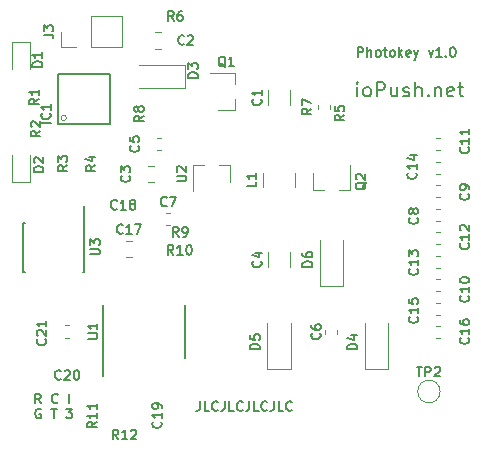
<source format=gbr>
G04 #@! TF.GenerationSoftware,KiCad,Pcbnew,(5.1.4)*
G04 #@! TF.CreationDate,2019-12-13T22:41:35+01:00*
G04 #@! TF.ProjectId,hardware,68617264-7761-4726-952e-6b696361645f,rev?*
G04 #@! TF.SameCoordinates,Original*
G04 #@! TF.FileFunction,Legend,Top*
G04 #@! TF.FilePolarity,Positive*
%FSLAX46Y46*%
G04 Gerber Fmt 4.6, Leading zero omitted, Abs format (unit mm)*
G04 Created by KiCad (PCBNEW (5.1.4)) date 2019-12-13 22:41:35*
%MOMM*%
%LPD*%
G04 APERTURE LIST*
%ADD10C,0.152400*%
%ADD11C,0.200000*%
%ADD12C,0.120000*%
%ADD13C,0.127000*%
%ADD14C,0.100000*%
%ADD15C,0.150000*%
G04 APERTURE END LIST*
D10*
X41584638Y-150684895D02*
X41584638Y-151265466D01*
X41545933Y-151381580D01*
X41468523Y-151458990D01*
X41352409Y-151497695D01*
X41275000Y-151497695D01*
X42358733Y-151497695D02*
X41971685Y-151497695D01*
X41971685Y-150684895D01*
X43094123Y-151420285D02*
X43055419Y-151458990D01*
X42939304Y-151497695D01*
X42861895Y-151497695D01*
X42745780Y-151458990D01*
X42668371Y-151381580D01*
X42629666Y-151304171D01*
X42590961Y-151149352D01*
X42590961Y-151033238D01*
X42629666Y-150878419D01*
X42668371Y-150801009D01*
X42745780Y-150723600D01*
X42861895Y-150684895D01*
X42939304Y-150684895D01*
X43055419Y-150723600D01*
X43094123Y-150762304D01*
X43674695Y-150684895D02*
X43674695Y-151265466D01*
X43635990Y-151381580D01*
X43558580Y-151458990D01*
X43442466Y-151497695D01*
X43365057Y-151497695D01*
X44448790Y-151497695D02*
X44061742Y-151497695D01*
X44061742Y-150684895D01*
X45184180Y-151420285D02*
X45145476Y-151458990D01*
X45029361Y-151497695D01*
X44951952Y-151497695D01*
X44835838Y-151458990D01*
X44758428Y-151381580D01*
X44719723Y-151304171D01*
X44681019Y-151149352D01*
X44681019Y-151033238D01*
X44719723Y-150878419D01*
X44758428Y-150801009D01*
X44835838Y-150723600D01*
X44951952Y-150684895D01*
X45029361Y-150684895D01*
X45145476Y-150723600D01*
X45184180Y-150762304D01*
X45764752Y-150684895D02*
X45764752Y-151265466D01*
X45726047Y-151381580D01*
X45648638Y-151458990D01*
X45532523Y-151497695D01*
X45455114Y-151497695D01*
X46538847Y-151497695D02*
X46151800Y-151497695D01*
X46151800Y-150684895D01*
X47274238Y-151420285D02*
X47235533Y-151458990D01*
X47119419Y-151497695D01*
X47042009Y-151497695D01*
X46925895Y-151458990D01*
X46848485Y-151381580D01*
X46809780Y-151304171D01*
X46771076Y-151149352D01*
X46771076Y-151033238D01*
X46809780Y-150878419D01*
X46848485Y-150801009D01*
X46925895Y-150723600D01*
X47042009Y-150684895D01*
X47119419Y-150684895D01*
X47235533Y-150723600D01*
X47274238Y-150762304D01*
X47854809Y-150684895D02*
X47854809Y-151265466D01*
X47816104Y-151381580D01*
X47738695Y-151458990D01*
X47622580Y-151497695D01*
X47545171Y-151497695D01*
X48628904Y-151497695D02*
X48241857Y-151497695D01*
X48241857Y-150684895D01*
X49364295Y-151420285D02*
X49325590Y-151458990D01*
X49209476Y-151497695D01*
X49132066Y-151497695D01*
X49015952Y-151458990D01*
X48938542Y-151381580D01*
X48899838Y-151304171D01*
X48861133Y-151149352D01*
X48861133Y-151033238D01*
X48899838Y-150878419D01*
X48938542Y-150801009D01*
X49015952Y-150723600D01*
X49132066Y-150684895D01*
X49209476Y-150684895D01*
X49325590Y-150723600D01*
X49364295Y-150762304D01*
D11*
X54909000Y-124875857D02*
X54909000Y-124075857D01*
X54909000Y-123675857D02*
X54851857Y-123733000D01*
X54909000Y-123790142D01*
X54966142Y-123733000D01*
X54909000Y-123675857D01*
X54909000Y-123790142D01*
X55651857Y-124875857D02*
X55537571Y-124818714D01*
X55480428Y-124761571D01*
X55423285Y-124647285D01*
X55423285Y-124304428D01*
X55480428Y-124190142D01*
X55537571Y-124133000D01*
X55651857Y-124075857D01*
X55823285Y-124075857D01*
X55937571Y-124133000D01*
X55994714Y-124190142D01*
X56051857Y-124304428D01*
X56051857Y-124647285D01*
X55994714Y-124761571D01*
X55937571Y-124818714D01*
X55823285Y-124875857D01*
X55651857Y-124875857D01*
X56566142Y-124875857D02*
X56566142Y-123675857D01*
X57023285Y-123675857D01*
X57137571Y-123733000D01*
X57194714Y-123790142D01*
X57251857Y-123904428D01*
X57251857Y-124075857D01*
X57194714Y-124190142D01*
X57137571Y-124247285D01*
X57023285Y-124304428D01*
X56566142Y-124304428D01*
X58280428Y-124075857D02*
X58280428Y-124875857D01*
X57766142Y-124075857D02*
X57766142Y-124704428D01*
X57823285Y-124818714D01*
X57937571Y-124875857D01*
X58109000Y-124875857D01*
X58223285Y-124818714D01*
X58280428Y-124761571D01*
X58794714Y-124818714D02*
X58909000Y-124875857D01*
X59137571Y-124875857D01*
X59251857Y-124818714D01*
X59309000Y-124704428D01*
X59309000Y-124647285D01*
X59251857Y-124533000D01*
X59137571Y-124475857D01*
X58966142Y-124475857D01*
X58851857Y-124418714D01*
X58794714Y-124304428D01*
X58794714Y-124247285D01*
X58851857Y-124133000D01*
X58966142Y-124075857D01*
X59137571Y-124075857D01*
X59251857Y-124133000D01*
X59823285Y-124875857D02*
X59823285Y-123675857D01*
X60337571Y-124875857D02*
X60337571Y-124247285D01*
X60280428Y-124133000D01*
X60166142Y-124075857D01*
X59994714Y-124075857D01*
X59880428Y-124133000D01*
X59823285Y-124190142D01*
X60909000Y-124761571D02*
X60966142Y-124818714D01*
X60909000Y-124875857D01*
X60851857Y-124818714D01*
X60909000Y-124761571D01*
X60909000Y-124875857D01*
X61480428Y-124075857D02*
X61480428Y-124875857D01*
X61480428Y-124190142D02*
X61537571Y-124133000D01*
X61651857Y-124075857D01*
X61823285Y-124075857D01*
X61937571Y-124133000D01*
X61994714Y-124247285D01*
X61994714Y-124875857D01*
X63023285Y-124818714D02*
X62909000Y-124875857D01*
X62680428Y-124875857D01*
X62566142Y-124818714D01*
X62509000Y-124704428D01*
X62509000Y-124247285D01*
X62566142Y-124133000D01*
X62680428Y-124075857D01*
X62909000Y-124075857D01*
X63023285Y-124133000D01*
X63080428Y-124247285D01*
X63080428Y-124361571D01*
X62509000Y-124475857D01*
X63423285Y-124075857D02*
X63880428Y-124075857D01*
X63594714Y-123675857D02*
X63594714Y-124704428D01*
X63651857Y-124818714D01*
X63766142Y-124875857D01*
X63880428Y-124875857D01*
D10*
X54932942Y-121525695D02*
X54932942Y-120712895D01*
X55242580Y-120712895D01*
X55319990Y-120751600D01*
X55358695Y-120790304D01*
X55397400Y-120867714D01*
X55397400Y-120983828D01*
X55358695Y-121061238D01*
X55319990Y-121099942D01*
X55242580Y-121138647D01*
X54932942Y-121138647D01*
X55745742Y-121525695D02*
X55745742Y-120712895D01*
X56094085Y-121525695D02*
X56094085Y-121099942D01*
X56055380Y-121022533D01*
X55977971Y-120983828D01*
X55861857Y-120983828D01*
X55784447Y-121022533D01*
X55745742Y-121061238D01*
X56597247Y-121525695D02*
X56519838Y-121486990D01*
X56481133Y-121448285D01*
X56442428Y-121370876D01*
X56442428Y-121138647D01*
X56481133Y-121061238D01*
X56519838Y-121022533D01*
X56597247Y-120983828D01*
X56713361Y-120983828D01*
X56790771Y-121022533D01*
X56829476Y-121061238D01*
X56868180Y-121138647D01*
X56868180Y-121370876D01*
X56829476Y-121448285D01*
X56790771Y-121486990D01*
X56713361Y-121525695D01*
X56597247Y-121525695D01*
X57100409Y-120983828D02*
X57410047Y-120983828D01*
X57216523Y-120712895D02*
X57216523Y-121409580D01*
X57255228Y-121486990D01*
X57332638Y-121525695D01*
X57410047Y-121525695D01*
X57797095Y-121525695D02*
X57719685Y-121486990D01*
X57680980Y-121448285D01*
X57642276Y-121370876D01*
X57642276Y-121138647D01*
X57680980Y-121061238D01*
X57719685Y-121022533D01*
X57797095Y-120983828D01*
X57913209Y-120983828D01*
X57990619Y-121022533D01*
X58029323Y-121061238D01*
X58068028Y-121138647D01*
X58068028Y-121370876D01*
X58029323Y-121448285D01*
X57990619Y-121486990D01*
X57913209Y-121525695D01*
X57797095Y-121525695D01*
X58416371Y-121525695D02*
X58416371Y-120712895D01*
X58493780Y-121216057D02*
X58726009Y-121525695D01*
X58726009Y-120983828D02*
X58416371Y-121293466D01*
X59383990Y-121486990D02*
X59306580Y-121525695D01*
X59151761Y-121525695D01*
X59074352Y-121486990D01*
X59035647Y-121409580D01*
X59035647Y-121099942D01*
X59074352Y-121022533D01*
X59151761Y-120983828D01*
X59306580Y-120983828D01*
X59383990Y-121022533D01*
X59422695Y-121099942D01*
X59422695Y-121177352D01*
X59035647Y-121254761D01*
X59693628Y-120983828D02*
X59887152Y-121525695D01*
X60080676Y-120983828D02*
X59887152Y-121525695D01*
X59809742Y-121719219D01*
X59771038Y-121757923D01*
X59693628Y-121796628D01*
X60932180Y-120983828D02*
X61125704Y-121525695D01*
X61319228Y-120983828D01*
X62054619Y-121525695D02*
X61590161Y-121525695D01*
X61822390Y-121525695D02*
X61822390Y-120712895D01*
X61744980Y-120829009D01*
X61667571Y-120906419D01*
X61590161Y-120945123D01*
X62402961Y-121448285D02*
X62441666Y-121486990D01*
X62402961Y-121525695D01*
X62364257Y-121486990D01*
X62402961Y-121448285D01*
X62402961Y-121525695D01*
X62944828Y-120712895D02*
X63022238Y-120712895D01*
X63099647Y-120751600D01*
X63138352Y-120790304D01*
X63177057Y-120867714D01*
X63215761Y-121022533D01*
X63215761Y-121216057D01*
X63177057Y-121370876D01*
X63138352Y-121448285D01*
X63099647Y-121486990D01*
X63022238Y-121525695D01*
X62944828Y-121525695D01*
X62867419Y-121486990D01*
X62828714Y-121448285D01*
X62790009Y-121370876D01*
X62751304Y-121216057D01*
X62751304Y-121022533D01*
X62790009Y-120867714D01*
X62828714Y-120790304D01*
X62867419Y-120751600D01*
X62944828Y-120712895D01*
X28115380Y-150862695D02*
X27844447Y-150475647D01*
X27650923Y-150862695D02*
X27650923Y-150049895D01*
X27960561Y-150049895D01*
X28037971Y-150088600D01*
X28076676Y-150127304D01*
X28115380Y-150204714D01*
X28115380Y-150320828D01*
X28076676Y-150398238D01*
X28037971Y-150436942D01*
X27960561Y-150475647D01*
X27650923Y-150475647D01*
X29547457Y-150785285D02*
X29508752Y-150823990D01*
X29392638Y-150862695D01*
X29315228Y-150862695D01*
X29199114Y-150823990D01*
X29121704Y-150746580D01*
X29083000Y-150669171D01*
X29044295Y-150514352D01*
X29044295Y-150398238D01*
X29083000Y-150243419D01*
X29121704Y-150166009D01*
X29199114Y-150088600D01*
X29315228Y-150049895D01*
X29392638Y-150049895D01*
X29508752Y-150088600D01*
X29547457Y-150127304D01*
X30515076Y-150862695D02*
X30515076Y-150049895D01*
X28106914Y-151358600D02*
X28029504Y-151319895D01*
X27913390Y-151319895D01*
X27797276Y-151358600D01*
X27719866Y-151436009D01*
X27681161Y-151513419D01*
X27642457Y-151668238D01*
X27642457Y-151784352D01*
X27681161Y-151939171D01*
X27719866Y-152016580D01*
X27797276Y-152093990D01*
X27913390Y-152132695D01*
X27990800Y-152132695D01*
X28106914Y-152093990D01*
X28145619Y-152055285D01*
X28145619Y-151784352D01*
X27990800Y-151784352D01*
X28997123Y-151319895D02*
X29461580Y-151319895D01*
X29229352Y-152132695D02*
X29229352Y-151319895D01*
X30274380Y-151319895D02*
X30777542Y-151319895D01*
X30506609Y-151629533D01*
X30622723Y-151629533D01*
X30700133Y-151668238D01*
X30738838Y-151706942D01*
X30777542Y-151784352D01*
X30777542Y-151977876D01*
X30738838Y-152055285D01*
X30700133Y-152093990D01*
X30622723Y-152132695D01*
X30390495Y-152132695D01*
X30313085Y-152093990D01*
X30274380Y-152055285D01*
D12*
X49170000Y-125567064D02*
X49170000Y-124362936D01*
X47350000Y-125567064D02*
X47350000Y-124362936D01*
X37762922Y-119432000D02*
X38280078Y-119432000D01*
X37762922Y-120852000D02*
X38280078Y-120852000D01*
X37206422Y-132155000D02*
X37723578Y-132155000D01*
X37206422Y-130735000D02*
X37723578Y-130735000D01*
X47350000Y-139287064D02*
X47350000Y-138082936D01*
X49170000Y-139287064D02*
X49170000Y-138082936D01*
X37937221Y-128395000D02*
X38262779Y-128395000D01*
X37937221Y-129415000D02*
X38262779Y-129415000D01*
X52195000Y-144637221D02*
X52195000Y-144962779D01*
X53215000Y-144637221D02*
X53215000Y-144962779D01*
X38724721Y-134745000D02*
X39050279Y-134745000D01*
X38724721Y-135765000D02*
X39050279Y-135765000D01*
X61910279Y-134382142D02*
X61584721Y-134382142D01*
X61910279Y-135402142D02*
X61584721Y-135402142D01*
X61910279Y-133406428D02*
X61584721Y-133406428D01*
X61910279Y-132386428D02*
X61584721Y-132386428D01*
X61910279Y-141389284D02*
X61584721Y-141389284D01*
X61910279Y-140369284D02*
X61584721Y-140369284D01*
X61910279Y-128395000D02*
X61584721Y-128395000D01*
X61910279Y-129415000D02*
X61584721Y-129415000D01*
X61910279Y-137397856D02*
X61584721Y-137397856D01*
X61910279Y-136377856D02*
X61584721Y-136377856D01*
X61910279Y-138373570D02*
X61584721Y-138373570D01*
X61910279Y-139393570D02*
X61584721Y-139393570D01*
X61910279Y-131410714D02*
X61584721Y-131410714D01*
X61910279Y-130390714D02*
X61584721Y-130390714D01*
X61910279Y-142365000D02*
X61584721Y-142365000D01*
X61910279Y-143385000D02*
X61584721Y-143385000D01*
X61910279Y-144295400D02*
X61584721Y-144295400D01*
X61910279Y-145315400D02*
X61584721Y-145315400D01*
X35301422Y-137085000D02*
X35818578Y-137085000D01*
X35301422Y-138505000D02*
X35818578Y-138505000D01*
X30490279Y-145290000D02*
X30164721Y-145290000D01*
X30490279Y-144270000D02*
X30164721Y-144270000D01*
X25681000Y-120282500D02*
X25681000Y-122567500D01*
X27151000Y-120282500D02*
X25681000Y-120282500D01*
X27151000Y-122567500D02*
X27151000Y-120282500D01*
X25681000Y-129857500D02*
X25681000Y-132142500D01*
X25681000Y-132142500D02*
X27151000Y-132142500D01*
X27151000Y-132142500D02*
X27151000Y-129857500D01*
X40350000Y-124190000D02*
X40350000Y-122190000D01*
X40350000Y-122190000D02*
X36450000Y-122190000D01*
X40350000Y-124190000D02*
X36450000Y-124190000D01*
X55515000Y-147920000D02*
X55515000Y-144020000D01*
X57515000Y-147920000D02*
X57515000Y-144020000D01*
X55515000Y-147920000D02*
X57515000Y-147920000D01*
X47260000Y-147920000D02*
X49260000Y-147920000D01*
X49260000Y-147920000D02*
X49260000Y-144020000D01*
X47260000Y-147920000D02*
X47260000Y-144020000D01*
X51705000Y-140935000D02*
X51705000Y-137035000D01*
X53705000Y-140935000D02*
X53705000Y-137035000D01*
X51705000Y-140935000D02*
X53705000Y-140935000D01*
D13*
X29550000Y-127195000D02*
X33950000Y-127195000D01*
X33950000Y-127195000D02*
X33950000Y-122995000D01*
X33950000Y-122995000D02*
X29550000Y-122995000D01*
X29550000Y-122995000D02*
X29550000Y-127195000D01*
D14*
X30273610Y-126695000D02*
G75*
G03X30273610Y-126695000I-223610J0D01*
G01*
D12*
X34985000Y-120710000D02*
X34985000Y-118050000D01*
X32385000Y-120710000D02*
X34985000Y-120710000D01*
X32385000Y-118050000D02*
X34985000Y-118050000D01*
X32385000Y-120710000D02*
X32385000Y-118050000D01*
X31115000Y-120710000D02*
X29785000Y-120710000D01*
X29785000Y-120710000D02*
X29785000Y-119380000D01*
X49620000Y-131347936D02*
X49620000Y-132552064D01*
X46900000Y-131347936D02*
X46900000Y-132552064D01*
X44575000Y-126040000D02*
X44575000Y-125110000D01*
X44575000Y-122880000D02*
X44575000Y-123810000D01*
X44575000Y-122880000D02*
X42415000Y-122880000D01*
X44575000Y-126040000D02*
X43115000Y-126040000D01*
X51125000Y-132840000D02*
X52055000Y-132840000D01*
X54285000Y-132840000D02*
X53355000Y-132840000D01*
X54285000Y-132840000D02*
X54285000Y-130680000D01*
X51125000Y-132840000D02*
X51125000Y-131380000D01*
X51560000Y-125927779D02*
X51560000Y-125602221D01*
X52580000Y-125927779D02*
X52580000Y-125602221D01*
X61910000Y-149860000D02*
G75*
G03X61910000Y-149860000I-950000J0D01*
G01*
D15*
X40280000Y-147005000D02*
X40280000Y-142555000D01*
X33380000Y-148530000D02*
X33380000Y-142555000D01*
D12*
X44125000Y-130685000D02*
X44125000Y-132145000D01*
X40965000Y-130685000D02*
X40965000Y-132845000D01*
X40965000Y-130685000D02*
X41895000Y-130685000D01*
X44125000Y-130685000D02*
X43195000Y-130685000D01*
D15*
X31785000Y-135560000D02*
X31735000Y-135560000D01*
X31785000Y-139710000D02*
X31640000Y-139710000D01*
X26635000Y-139710000D02*
X26780000Y-139710000D01*
X26635000Y-135560000D02*
X26780000Y-135560000D01*
X31785000Y-135560000D02*
X31785000Y-139710000D01*
X26635000Y-135560000D02*
X26635000Y-139710000D01*
X31735000Y-135560000D02*
X31735000Y-134160000D01*
D10*
X46730285Y-125100466D02*
X46768990Y-125139171D01*
X46807695Y-125255285D01*
X46807695Y-125332695D01*
X46768990Y-125448809D01*
X46691580Y-125526219D01*
X46614171Y-125564923D01*
X46459352Y-125603628D01*
X46343238Y-125603628D01*
X46188419Y-125564923D01*
X46111009Y-125526219D01*
X46033600Y-125448809D01*
X45994895Y-125332695D01*
X45994895Y-125255285D01*
X46033600Y-125139171D01*
X46072304Y-125100466D01*
X46807695Y-124326371D02*
X46807695Y-124790828D01*
X46807695Y-124558600D02*
X45994895Y-124558600D01*
X46111009Y-124636009D01*
X46188419Y-124713419D01*
X46227123Y-124790828D01*
X40250533Y-120432285D02*
X40211828Y-120470990D01*
X40095714Y-120509695D01*
X40018304Y-120509695D01*
X39902190Y-120470990D01*
X39824780Y-120393580D01*
X39786076Y-120316171D01*
X39747371Y-120161352D01*
X39747371Y-120045238D01*
X39786076Y-119890419D01*
X39824780Y-119813009D01*
X39902190Y-119735600D01*
X40018304Y-119696895D01*
X40095714Y-119696895D01*
X40211828Y-119735600D01*
X40250533Y-119774304D01*
X40560171Y-119774304D02*
X40598876Y-119735600D01*
X40676285Y-119696895D01*
X40869809Y-119696895D01*
X40947219Y-119735600D01*
X40985923Y-119774304D01*
X41024628Y-119851714D01*
X41024628Y-119929123D01*
X40985923Y-120045238D01*
X40521466Y-120509695D01*
X41024628Y-120509695D01*
X35596285Y-131580466D02*
X35634990Y-131619171D01*
X35673695Y-131735285D01*
X35673695Y-131812695D01*
X35634990Y-131928809D01*
X35557580Y-132006219D01*
X35480171Y-132044923D01*
X35325352Y-132083628D01*
X35209238Y-132083628D01*
X35054419Y-132044923D01*
X34977009Y-132006219D01*
X34899600Y-131928809D01*
X34860895Y-131812695D01*
X34860895Y-131735285D01*
X34899600Y-131619171D01*
X34938304Y-131580466D01*
X34860895Y-131309533D02*
X34860895Y-130806371D01*
X35170533Y-131077304D01*
X35170533Y-130961190D01*
X35209238Y-130883780D01*
X35247942Y-130845076D01*
X35325352Y-130806371D01*
X35518876Y-130806371D01*
X35596285Y-130845076D01*
X35634990Y-130883780D01*
X35673695Y-130961190D01*
X35673695Y-131193419D01*
X35634990Y-131270828D01*
X35596285Y-131309533D01*
X46730285Y-138820466D02*
X46768990Y-138859171D01*
X46807695Y-138975285D01*
X46807695Y-139052695D01*
X46768990Y-139168809D01*
X46691580Y-139246219D01*
X46614171Y-139284923D01*
X46459352Y-139323628D01*
X46343238Y-139323628D01*
X46188419Y-139284923D01*
X46111009Y-139246219D01*
X46033600Y-139168809D01*
X45994895Y-139052695D01*
X45994895Y-138975285D01*
X46033600Y-138859171D01*
X46072304Y-138820466D01*
X46265828Y-138123780D02*
X46807695Y-138123780D01*
X45956190Y-138317304D02*
X46536761Y-138510828D01*
X46536761Y-138007666D01*
X36358285Y-129040466D02*
X36396990Y-129079171D01*
X36435695Y-129195285D01*
X36435695Y-129272695D01*
X36396990Y-129388809D01*
X36319580Y-129466219D01*
X36242171Y-129504923D01*
X36087352Y-129543628D01*
X35971238Y-129543628D01*
X35816419Y-129504923D01*
X35739009Y-129466219D01*
X35661600Y-129388809D01*
X35622895Y-129272695D01*
X35622895Y-129195285D01*
X35661600Y-129079171D01*
X35700304Y-129040466D01*
X35622895Y-128305076D02*
X35622895Y-128692123D01*
X36009942Y-128730828D01*
X35971238Y-128692123D01*
X35932533Y-128614714D01*
X35932533Y-128421190D01*
X35971238Y-128343780D01*
X36009942Y-128305076D01*
X36087352Y-128266371D01*
X36280876Y-128266371D01*
X36358285Y-128305076D01*
X36396990Y-128343780D01*
X36435695Y-128421190D01*
X36435695Y-128614714D01*
X36396990Y-128692123D01*
X36358285Y-128730828D01*
X51725285Y-144935466D02*
X51763990Y-144974171D01*
X51802695Y-145090285D01*
X51802695Y-145167695D01*
X51763990Y-145283809D01*
X51686580Y-145361219D01*
X51609171Y-145399923D01*
X51454352Y-145438628D01*
X51338238Y-145438628D01*
X51183419Y-145399923D01*
X51106009Y-145361219D01*
X51028600Y-145283809D01*
X50989895Y-145167695D01*
X50989895Y-145090285D01*
X51028600Y-144974171D01*
X51067304Y-144935466D01*
X50989895Y-144238780D02*
X50989895Y-144393600D01*
X51028600Y-144471009D01*
X51067304Y-144509714D01*
X51183419Y-144587123D01*
X51338238Y-144625828D01*
X51647876Y-144625828D01*
X51725285Y-144587123D01*
X51763990Y-144548419D01*
X51802695Y-144471009D01*
X51802695Y-144316190D01*
X51763990Y-144238780D01*
X51725285Y-144200076D01*
X51647876Y-144161371D01*
X51454352Y-144161371D01*
X51376942Y-144200076D01*
X51338238Y-144238780D01*
X51299533Y-144316190D01*
X51299533Y-144471009D01*
X51338238Y-144548419D01*
X51376942Y-144587123D01*
X51454352Y-144625828D01*
X38752033Y-134115285D02*
X38713328Y-134153990D01*
X38597214Y-134192695D01*
X38519804Y-134192695D01*
X38403690Y-134153990D01*
X38326280Y-134076580D01*
X38287576Y-133999171D01*
X38248871Y-133844352D01*
X38248871Y-133728238D01*
X38287576Y-133573419D01*
X38326280Y-133496009D01*
X38403690Y-133418600D01*
X38519804Y-133379895D01*
X38597214Y-133379895D01*
X38713328Y-133418600D01*
X38752033Y-133457304D01*
X39022966Y-133379895D02*
X39564833Y-133379895D01*
X39216490Y-134192695D01*
X59980285Y-135136466D02*
X60018990Y-135175171D01*
X60057695Y-135291285D01*
X60057695Y-135368695D01*
X60018990Y-135484809D01*
X59941580Y-135562219D01*
X59864171Y-135600923D01*
X59709352Y-135639628D01*
X59593238Y-135639628D01*
X59438419Y-135600923D01*
X59361009Y-135562219D01*
X59283600Y-135484809D01*
X59244895Y-135368695D01*
X59244895Y-135291285D01*
X59283600Y-135175171D01*
X59322304Y-135136466D01*
X59593238Y-134672009D02*
X59554533Y-134749419D01*
X59515828Y-134788123D01*
X59438419Y-134826828D01*
X59399714Y-134826828D01*
X59322304Y-134788123D01*
X59283600Y-134749419D01*
X59244895Y-134672009D01*
X59244895Y-134517190D01*
X59283600Y-134439780D01*
X59322304Y-134401076D01*
X59399714Y-134362371D01*
X59438419Y-134362371D01*
X59515828Y-134401076D01*
X59554533Y-134439780D01*
X59593238Y-134517190D01*
X59593238Y-134672009D01*
X59631942Y-134749419D01*
X59670647Y-134788123D01*
X59748057Y-134826828D01*
X59902876Y-134826828D01*
X59980285Y-134788123D01*
X60018990Y-134749419D01*
X60057695Y-134672009D01*
X60057695Y-134517190D01*
X60018990Y-134439780D01*
X59980285Y-134401076D01*
X59902876Y-134362371D01*
X59748057Y-134362371D01*
X59670647Y-134401076D01*
X59631942Y-134439780D01*
X59593238Y-134517190D01*
X64298285Y-133104466D02*
X64336990Y-133143171D01*
X64375695Y-133259285D01*
X64375695Y-133336695D01*
X64336990Y-133452809D01*
X64259580Y-133530219D01*
X64182171Y-133568923D01*
X64027352Y-133607628D01*
X63911238Y-133607628D01*
X63756419Y-133568923D01*
X63679009Y-133530219D01*
X63601600Y-133452809D01*
X63562895Y-133336695D01*
X63562895Y-133259285D01*
X63601600Y-133143171D01*
X63640304Y-133104466D01*
X64375695Y-132717419D02*
X64375695Y-132562600D01*
X64336990Y-132485190D01*
X64298285Y-132446485D01*
X64182171Y-132369076D01*
X64027352Y-132330371D01*
X63717714Y-132330371D01*
X63640304Y-132369076D01*
X63601600Y-132407780D01*
X63562895Y-132485190D01*
X63562895Y-132640009D01*
X63601600Y-132717419D01*
X63640304Y-132756123D01*
X63717714Y-132794828D01*
X63911238Y-132794828D01*
X63988647Y-132756123D01*
X64027352Y-132717419D01*
X64066057Y-132640009D01*
X64066057Y-132485190D01*
X64027352Y-132407780D01*
X63988647Y-132369076D01*
X63911238Y-132330371D01*
X64298285Y-141746514D02*
X64336990Y-141785219D01*
X64375695Y-141901333D01*
X64375695Y-141978742D01*
X64336990Y-142094857D01*
X64259580Y-142172266D01*
X64182171Y-142210971D01*
X64027352Y-142249676D01*
X63911238Y-142249676D01*
X63756419Y-142210971D01*
X63679009Y-142172266D01*
X63601600Y-142094857D01*
X63562895Y-141978742D01*
X63562895Y-141901333D01*
X63601600Y-141785219D01*
X63640304Y-141746514D01*
X64375695Y-140972419D02*
X64375695Y-141436876D01*
X64375695Y-141204647D02*
X63562895Y-141204647D01*
X63679009Y-141282057D01*
X63756419Y-141359466D01*
X63795123Y-141436876D01*
X63562895Y-140469257D02*
X63562895Y-140391847D01*
X63601600Y-140314438D01*
X63640304Y-140275733D01*
X63717714Y-140237028D01*
X63872533Y-140198323D01*
X64066057Y-140198323D01*
X64220876Y-140237028D01*
X64298285Y-140275733D01*
X64336990Y-140314438D01*
X64375695Y-140391847D01*
X64375695Y-140469257D01*
X64336990Y-140546666D01*
X64298285Y-140585371D01*
X64220876Y-140624076D01*
X64066057Y-140662780D01*
X63872533Y-140662780D01*
X63717714Y-140624076D01*
X63640304Y-140585371D01*
X63601600Y-140546666D01*
X63562895Y-140469257D01*
X64298285Y-129173514D02*
X64336990Y-129212219D01*
X64375695Y-129328333D01*
X64375695Y-129405742D01*
X64336990Y-129521857D01*
X64259580Y-129599266D01*
X64182171Y-129637971D01*
X64027352Y-129676676D01*
X63911238Y-129676676D01*
X63756419Y-129637971D01*
X63679009Y-129599266D01*
X63601600Y-129521857D01*
X63562895Y-129405742D01*
X63562895Y-129328333D01*
X63601600Y-129212219D01*
X63640304Y-129173514D01*
X64375695Y-128399419D02*
X64375695Y-128863876D01*
X64375695Y-128631647D02*
X63562895Y-128631647D01*
X63679009Y-128709057D01*
X63756419Y-128786466D01*
X63795123Y-128863876D01*
X64375695Y-127625323D02*
X64375695Y-128089780D01*
X64375695Y-127857552D02*
X63562895Y-127857552D01*
X63679009Y-127934961D01*
X63756419Y-128012371D01*
X63795123Y-128089780D01*
X64298285Y-137301514D02*
X64336990Y-137340219D01*
X64375695Y-137456333D01*
X64375695Y-137533742D01*
X64336990Y-137649857D01*
X64259580Y-137727266D01*
X64182171Y-137765971D01*
X64027352Y-137804676D01*
X63911238Y-137804676D01*
X63756419Y-137765971D01*
X63679009Y-137727266D01*
X63601600Y-137649857D01*
X63562895Y-137533742D01*
X63562895Y-137456333D01*
X63601600Y-137340219D01*
X63640304Y-137301514D01*
X64375695Y-136527419D02*
X64375695Y-136991876D01*
X64375695Y-136759647D02*
X63562895Y-136759647D01*
X63679009Y-136837057D01*
X63756419Y-136914466D01*
X63795123Y-136991876D01*
X63640304Y-136217780D02*
X63601600Y-136179076D01*
X63562895Y-136101666D01*
X63562895Y-135908142D01*
X63601600Y-135830733D01*
X63640304Y-135792028D01*
X63717714Y-135753323D01*
X63795123Y-135753323D01*
X63911238Y-135792028D01*
X64375695Y-136256485D01*
X64375695Y-135753323D01*
X59980285Y-139460514D02*
X60018990Y-139499219D01*
X60057695Y-139615333D01*
X60057695Y-139692742D01*
X60018990Y-139808857D01*
X59941580Y-139886266D01*
X59864171Y-139924971D01*
X59709352Y-139963676D01*
X59593238Y-139963676D01*
X59438419Y-139924971D01*
X59361009Y-139886266D01*
X59283600Y-139808857D01*
X59244895Y-139692742D01*
X59244895Y-139615333D01*
X59283600Y-139499219D01*
X59322304Y-139460514D01*
X60057695Y-138686419D02*
X60057695Y-139150876D01*
X60057695Y-138918647D02*
X59244895Y-138918647D01*
X59361009Y-138996057D01*
X59438419Y-139073466D01*
X59477123Y-139150876D01*
X59244895Y-138415485D02*
X59244895Y-137912323D01*
X59554533Y-138183257D01*
X59554533Y-138067142D01*
X59593238Y-137989733D01*
X59631942Y-137951028D01*
X59709352Y-137912323D01*
X59902876Y-137912323D01*
X59980285Y-137951028D01*
X60018990Y-137989733D01*
X60057695Y-138067142D01*
X60057695Y-138299371D01*
X60018990Y-138376780D01*
X59980285Y-138415485D01*
X59853285Y-131332514D02*
X59891990Y-131371219D01*
X59930695Y-131487333D01*
X59930695Y-131564742D01*
X59891990Y-131680857D01*
X59814580Y-131758266D01*
X59737171Y-131796971D01*
X59582352Y-131835676D01*
X59466238Y-131835676D01*
X59311419Y-131796971D01*
X59234009Y-131758266D01*
X59156600Y-131680857D01*
X59117895Y-131564742D01*
X59117895Y-131487333D01*
X59156600Y-131371219D01*
X59195304Y-131332514D01*
X59930695Y-130558419D02*
X59930695Y-131022876D01*
X59930695Y-130790647D02*
X59117895Y-130790647D01*
X59234009Y-130868057D01*
X59311419Y-130945466D01*
X59350123Y-131022876D01*
X59388828Y-129861733D02*
X59930695Y-129861733D01*
X59079190Y-130055257D02*
X59659761Y-130248780D01*
X59659761Y-129745619D01*
X59980285Y-143524514D02*
X60018990Y-143563219D01*
X60057695Y-143679333D01*
X60057695Y-143756742D01*
X60018990Y-143872857D01*
X59941580Y-143950266D01*
X59864171Y-143988971D01*
X59709352Y-144027676D01*
X59593238Y-144027676D01*
X59438419Y-143988971D01*
X59361009Y-143950266D01*
X59283600Y-143872857D01*
X59244895Y-143756742D01*
X59244895Y-143679333D01*
X59283600Y-143563219D01*
X59322304Y-143524514D01*
X60057695Y-142750419D02*
X60057695Y-143214876D01*
X60057695Y-142982647D02*
X59244895Y-142982647D01*
X59361009Y-143060057D01*
X59438419Y-143137466D01*
X59477123Y-143214876D01*
X59244895Y-142015028D02*
X59244895Y-142402076D01*
X59631942Y-142440780D01*
X59593238Y-142402076D01*
X59554533Y-142324666D01*
X59554533Y-142131142D01*
X59593238Y-142053733D01*
X59631942Y-142015028D01*
X59709352Y-141976323D01*
X59902876Y-141976323D01*
X59980285Y-142015028D01*
X60018990Y-142053733D01*
X60057695Y-142131142D01*
X60057695Y-142324666D01*
X60018990Y-142402076D01*
X59980285Y-142440780D01*
X64298285Y-145302514D02*
X64336990Y-145341219D01*
X64375695Y-145457333D01*
X64375695Y-145534742D01*
X64336990Y-145650857D01*
X64259580Y-145728266D01*
X64182171Y-145766971D01*
X64027352Y-145805676D01*
X63911238Y-145805676D01*
X63756419Y-145766971D01*
X63679009Y-145728266D01*
X63601600Y-145650857D01*
X63562895Y-145534742D01*
X63562895Y-145457333D01*
X63601600Y-145341219D01*
X63640304Y-145302514D01*
X64375695Y-144528419D02*
X64375695Y-144992876D01*
X64375695Y-144760647D02*
X63562895Y-144760647D01*
X63679009Y-144838057D01*
X63756419Y-144915466D01*
X63795123Y-144992876D01*
X63562895Y-143831733D02*
X63562895Y-143986552D01*
X63601600Y-144063961D01*
X63640304Y-144102666D01*
X63756419Y-144180076D01*
X63911238Y-144218780D01*
X64220876Y-144218780D01*
X64298285Y-144180076D01*
X64336990Y-144141371D01*
X64375695Y-144063961D01*
X64375695Y-143909142D01*
X64336990Y-143831733D01*
X64298285Y-143793028D01*
X64220876Y-143754323D01*
X64027352Y-143754323D01*
X63949942Y-143793028D01*
X63911238Y-143831733D01*
X63872533Y-143909142D01*
X63872533Y-144063961D01*
X63911238Y-144141371D01*
X63949942Y-144180076D01*
X64027352Y-144218780D01*
X35037485Y-136435285D02*
X34998780Y-136473990D01*
X34882666Y-136512695D01*
X34805257Y-136512695D01*
X34689142Y-136473990D01*
X34611733Y-136396580D01*
X34573028Y-136319171D01*
X34534323Y-136164352D01*
X34534323Y-136048238D01*
X34573028Y-135893419D01*
X34611733Y-135816009D01*
X34689142Y-135738600D01*
X34805257Y-135699895D01*
X34882666Y-135699895D01*
X34998780Y-135738600D01*
X35037485Y-135777304D01*
X35811580Y-136512695D02*
X35347123Y-136512695D01*
X35579352Y-136512695D02*
X35579352Y-135699895D01*
X35501942Y-135816009D01*
X35424533Y-135893419D01*
X35347123Y-135932123D01*
X36082514Y-135699895D02*
X36624380Y-135699895D01*
X36276038Y-136512695D01*
X34552485Y-134375285D02*
X34513780Y-134413990D01*
X34397666Y-134452695D01*
X34320257Y-134452695D01*
X34204142Y-134413990D01*
X34126733Y-134336580D01*
X34088028Y-134259171D01*
X34049323Y-134104352D01*
X34049323Y-133988238D01*
X34088028Y-133833419D01*
X34126733Y-133756009D01*
X34204142Y-133678600D01*
X34320257Y-133639895D01*
X34397666Y-133639895D01*
X34513780Y-133678600D01*
X34552485Y-133717304D01*
X35326580Y-134452695D02*
X34862123Y-134452695D01*
X35094352Y-134452695D02*
X35094352Y-133639895D01*
X35016942Y-133756009D01*
X34939533Y-133833419D01*
X34862123Y-133872123D01*
X35791038Y-133988238D02*
X35713628Y-133949533D01*
X35674923Y-133910828D01*
X35636219Y-133833419D01*
X35636219Y-133794714D01*
X35674923Y-133717304D01*
X35713628Y-133678600D01*
X35791038Y-133639895D01*
X35945857Y-133639895D01*
X36023266Y-133678600D01*
X36061971Y-133717304D01*
X36100676Y-133794714D01*
X36100676Y-133833419D01*
X36061971Y-133910828D01*
X36023266Y-133949533D01*
X35945857Y-133988238D01*
X35791038Y-133988238D01*
X35713628Y-134026942D01*
X35674923Y-134065647D01*
X35636219Y-134143057D01*
X35636219Y-134297876D01*
X35674923Y-134375285D01*
X35713628Y-134413990D01*
X35791038Y-134452695D01*
X35945857Y-134452695D01*
X36023266Y-134413990D01*
X36061971Y-134375285D01*
X36100676Y-134297876D01*
X36100676Y-134143057D01*
X36061971Y-134065647D01*
X36023266Y-134026942D01*
X35945857Y-133988238D01*
X38263285Y-152414514D02*
X38301990Y-152453219D01*
X38340695Y-152569333D01*
X38340695Y-152646742D01*
X38301990Y-152762857D01*
X38224580Y-152840266D01*
X38147171Y-152878971D01*
X37992352Y-152917676D01*
X37876238Y-152917676D01*
X37721419Y-152878971D01*
X37644009Y-152840266D01*
X37566600Y-152762857D01*
X37527895Y-152646742D01*
X37527895Y-152569333D01*
X37566600Y-152453219D01*
X37605304Y-152414514D01*
X38340695Y-151640419D02*
X38340695Y-152104876D01*
X38340695Y-151872647D02*
X37527895Y-151872647D01*
X37644009Y-151950057D01*
X37721419Y-152027466D01*
X37760123Y-152104876D01*
X38340695Y-151253371D02*
X38340695Y-151098552D01*
X38301990Y-151021142D01*
X38263285Y-150982438D01*
X38147171Y-150905028D01*
X37992352Y-150866323D01*
X37682714Y-150866323D01*
X37605304Y-150905028D01*
X37566600Y-150943733D01*
X37527895Y-151021142D01*
X37527895Y-151175961D01*
X37566600Y-151253371D01*
X37605304Y-151292076D01*
X37682714Y-151330780D01*
X37876238Y-151330780D01*
X37953647Y-151292076D01*
X37992352Y-151253371D01*
X38031057Y-151175961D01*
X38031057Y-151021142D01*
X37992352Y-150943733D01*
X37953647Y-150905028D01*
X37876238Y-150866323D01*
X29807485Y-148780285D02*
X29768780Y-148818990D01*
X29652666Y-148857695D01*
X29575257Y-148857695D01*
X29459142Y-148818990D01*
X29381733Y-148741580D01*
X29343028Y-148664171D01*
X29304323Y-148509352D01*
X29304323Y-148393238D01*
X29343028Y-148238419D01*
X29381733Y-148161009D01*
X29459142Y-148083600D01*
X29575257Y-148044895D01*
X29652666Y-148044895D01*
X29768780Y-148083600D01*
X29807485Y-148122304D01*
X30117123Y-148122304D02*
X30155828Y-148083600D01*
X30233238Y-148044895D01*
X30426761Y-148044895D01*
X30504171Y-148083600D01*
X30542876Y-148122304D01*
X30581580Y-148199714D01*
X30581580Y-148277123D01*
X30542876Y-148393238D01*
X30078419Y-148857695D01*
X30581580Y-148857695D01*
X31084742Y-148044895D02*
X31162152Y-148044895D01*
X31239561Y-148083600D01*
X31278266Y-148122304D01*
X31316971Y-148199714D01*
X31355676Y-148354533D01*
X31355676Y-148548057D01*
X31316971Y-148702876D01*
X31278266Y-148780285D01*
X31239561Y-148818990D01*
X31162152Y-148857695D01*
X31084742Y-148857695D01*
X31007333Y-148818990D01*
X30968628Y-148780285D01*
X30929923Y-148702876D01*
X30891219Y-148548057D01*
X30891219Y-148354533D01*
X30929923Y-148199714D01*
X30968628Y-148122304D01*
X31007333Y-148083600D01*
X31084742Y-148044895D01*
X28484285Y-145429514D02*
X28522990Y-145468219D01*
X28561695Y-145584333D01*
X28561695Y-145661742D01*
X28522990Y-145777857D01*
X28445580Y-145855266D01*
X28368171Y-145893971D01*
X28213352Y-145932676D01*
X28097238Y-145932676D01*
X27942419Y-145893971D01*
X27865009Y-145855266D01*
X27787600Y-145777857D01*
X27748895Y-145661742D01*
X27748895Y-145584333D01*
X27787600Y-145468219D01*
X27826304Y-145429514D01*
X27826304Y-145119876D02*
X27787600Y-145081171D01*
X27748895Y-145003761D01*
X27748895Y-144810238D01*
X27787600Y-144732828D01*
X27826304Y-144694123D01*
X27903714Y-144655419D01*
X27981123Y-144655419D01*
X28097238Y-144694123D01*
X28561695Y-145158580D01*
X28561695Y-144655419D01*
X28561695Y-143881323D02*
X28561695Y-144345780D01*
X28561695Y-144113552D02*
X27748895Y-144113552D01*
X27865009Y-144190961D01*
X27942419Y-144268371D01*
X27981123Y-144345780D01*
X28213695Y-122367423D02*
X27400895Y-122367423D01*
X27400895Y-122173900D01*
X27439600Y-122057785D01*
X27517009Y-121980376D01*
X27594419Y-121941671D01*
X27749238Y-121902966D01*
X27865352Y-121902966D01*
X28020171Y-121941671D01*
X28097580Y-121980376D01*
X28174990Y-122057785D01*
X28213695Y-122173900D01*
X28213695Y-122367423D01*
X28213695Y-121128871D02*
X28213695Y-121593328D01*
X28213695Y-121361100D02*
X27400895Y-121361100D01*
X27517009Y-121438509D01*
X27594419Y-121515919D01*
X27633123Y-121593328D01*
X28307695Y-131257423D02*
X27494895Y-131257423D01*
X27494895Y-131063900D01*
X27533600Y-130947785D01*
X27611009Y-130870376D01*
X27688419Y-130831671D01*
X27843238Y-130792966D01*
X27959352Y-130792966D01*
X28114171Y-130831671D01*
X28191580Y-130870376D01*
X28268990Y-130947785D01*
X28307695Y-131063900D01*
X28307695Y-131257423D01*
X27572304Y-130483328D02*
X27533600Y-130444623D01*
X27494895Y-130367214D01*
X27494895Y-130173690D01*
X27533600Y-130096280D01*
X27572304Y-130057576D01*
X27649714Y-130018871D01*
X27727123Y-130018871D01*
X27843238Y-130057576D01*
X28307695Y-130522033D01*
X28307695Y-130018871D01*
X41388695Y-123281923D02*
X40575895Y-123281923D01*
X40575895Y-123088400D01*
X40614600Y-122972285D01*
X40692009Y-122894876D01*
X40769419Y-122856171D01*
X40924238Y-122817466D01*
X41040352Y-122817466D01*
X41195171Y-122856171D01*
X41272580Y-122894876D01*
X41349990Y-122972285D01*
X41388695Y-123088400D01*
X41388695Y-123281923D01*
X40575895Y-122546533D02*
X40575895Y-122043371D01*
X40885533Y-122314304D01*
X40885533Y-122198190D01*
X40924238Y-122120780D01*
X40962942Y-122082076D01*
X41040352Y-122043371D01*
X41233876Y-122043371D01*
X41311285Y-122082076D01*
X41349990Y-122120780D01*
X41388695Y-122198190D01*
X41388695Y-122430419D01*
X41349990Y-122507828D01*
X41311285Y-122546533D01*
X54882695Y-146269923D02*
X54069895Y-146269923D01*
X54069895Y-146076400D01*
X54108600Y-145960285D01*
X54186009Y-145882876D01*
X54263419Y-145844171D01*
X54418238Y-145805466D01*
X54534352Y-145805466D01*
X54689171Y-145844171D01*
X54766580Y-145882876D01*
X54843990Y-145960285D01*
X54882695Y-146076400D01*
X54882695Y-146269923D01*
X54340828Y-145108780D02*
X54882695Y-145108780D01*
X54031190Y-145302304D02*
X54611761Y-145495828D01*
X54611761Y-144992666D01*
X46627695Y-146269923D02*
X45814895Y-146269923D01*
X45814895Y-146076400D01*
X45853600Y-145960285D01*
X45931009Y-145882876D01*
X46008419Y-145844171D01*
X46163238Y-145805466D01*
X46279352Y-145805466D01*
X46434171Y-145844171D01*
X46511580Y-145882876D01*
X46588990Y-145960285D01*
X46627695Y-146076400D01*
X46627695Y-146269923D01*
X45814895Y-145070076D02*
X45814895Y-145457123D01*
X46201942Y-145495828D01*
X46163238Y-145457123D01*
X46124533Y-145379714D01*
X46124533Y-145186190D01*
X46163238Y-145108780D01*
X46201942Y-145070076D01*
X46279352Y-145031371D01*
X46472876Y-145031371D01*
X46550285Y-145070076D01*
X46588990Y-145108780D01*
X46627695Y-145186190D01*
X46627695Y-145379714D01*
X46588990Y-145457123D01*
X46550285Y-145495828D01*
X51072695Y-139284923D02*
X50259895Y-139284923D01*
X50259895Y-139091400D01*
X50298600Y-138975285D01*
X50376009Y-138897876D01*
X50453419Y-138859171D01*
X50608238Y-138820466D01*
X50724352Y-138820466D01*
X50879171Y-138859171D01*
X50956580Y-138897876D01*
X51033990Y-138975285D01*
X51072695Y-139091400D01*
X51072695Y-139284923D01*
X50259895Y-138123780D02*
X50259895Y-138278600D01*
X50298600Y-138356009D01*
X50337304Y-138394714D01*
X50453419Y-138472123D01*
X50608238Y-138510828D01*
X50917876Y-138510828D01*
X50995285Y-138472123D01*
X51033990Y-138433419D01*
X51072695Y-138356009D01*
X51072695Y-138201190D01*
X51033990Y-138123780D01*
X50995285Y-138085076D01*
X50917876Y-138046371D01*
X50724352Y-138046371D01*
X50646942Y-138085076D01*
X50608238Y-138123780D01*
X50569533Y-138201190D01*
X50569533Y-138356009D01*
X50608238Y-138433419D01*
X50646942Y-138472123D01*
X50724352Y-138510828D01*
X28941795Y-127158797D02*
X28128995Y-127158797D01*
X28864385Y-126307292D02*
X28903090Y-126345997D01*
X28941795Y-126462111D01*
X28941795Y-126539521D01*
X28903090Y-126655635D01*
X28825680Y-126733045D01*
X28748271Y-126771750D01*
X28593452Y-126810454D01*
X28477338Y-126810454D01*
X28322519Y-126771750D01*
X28245109Y-126733045D01*
X28167700Y-126655635D01*
X28128995Y-126539521D01*
X28128995Y-126462111D01*
X28167700Y-126345997D01*
X28206404Y-126307292D01*
X28941795Y-125533197D02*
X28941795Y-125997654D01*
X28941795Y-125765426D02*
X28128995Y-125765426D01*
X28245109Y-125842835D01*
X28322519Y-125920245D01*
X28361223Y-125997654D01*
X28339895Y-119650933D02*
X28920466Y-119650933D01*
X29036580Y-119689638D01*
X29113990Y-119767047D01*
X29152695Y-119883161D01*
X29152695Y-119960571D01*
X28339895Y-119341295D02*
X28339895Y-118838133D01*
X28649533Y-119109066D01*
X28649533Y-118992952D01*
X28688238Y-118915542D01*
X28726942Y-118876838D01*
X28804352Y-118838133D01*
X28997876Y-118838133D01*
X29075285Y-118876838D01*
X29113990Y-118915542D01*
X29152695Y-118992952D01*
X29152695Y-119225180D01*
X29113990Y-119302590D01*
X29075285Y-119341295D01*
X46341695Y-132085466D02*
X46341695Y-132472514D01*
X45528895Y-132472514D01*
X46341695Y-131388780D02*
X46341695Y-131853238D01*
X46341695Y-131621009D02*
X45528895Y-131621009D01*
X45645009Y-131698419D01*
X45722419Y-131775828D01*
X45761123Y-131853238D01*
X43737590Y-122405104D02*
X43660180Y-122366400D01*
X43582771Y-122288990D01*
X43466657Y-122172876D01*
X43389247Y-122134171D01*
X43311838Y-122134171D01*
X43350542Y-122327695D02*
X43273133Y-122288990D01*
X43195723Y-122211580D01*
X43157019Y-122056761D01*
X43157019Y-121785828D01*
X43195723Y-121631009D01*
X43273133Y-121553600D01*
X43350542Y-121514895D01*
X43505361Y-121514895D01*
X43582771Y-121553600D01*
X43660180Y-121631009D01*
X43698885Y-121785828D01*
X43698885Y-122056761D01*
X43660180Y-122211580D01*
X43582771Y-122288990D01*
X43505361Y-122327695D01*
X43350542Y-122327695D01*
X44472980Y-122327695D02*
X44008523Y-122327695D01*
X44240752Y-122327695D02*
X44240752Y-121514895D01*
X44163342Y-121631009D01*
X44085933Y-121708419D01*
X44008523Y-121747123D01*
X55650104Y-132157409D02*
X55611400Y-132234819D01*
X55533990Y-132312228D01*
X55417876Y-132428342D01*
X55379171Y-132505752D01*
X55379171Y-132583161D01*
X55572695Y-132544457D02*
X55533990Y-132621866D01*
X55456580Y-132699276D01*
X55301761Y-132737980D01*
X55030828Y-132737980D01*
X54876009Y-132699276D01*
X54798600Y-132621866D01*
X54759895Y-132544457D01*
X54759895Y-132389638D01*
X54798600Y-132312228D01*
X54876009Y-132234819D01*
X55030828Y-132196114D01*
X55301761Y-132196114D01*
X55456580Y-132234819D01*
X55533990Y-132312228D01*
X55572695Y-132389638D01*
X55572695Y-132544457D01*
X54837304Y-131886476D02*
X54798600Y-131847771D01*
X54759895Y-131770361D01*
X54759895Y-131576838D01*
X54798600Y-131499428D01*
X54837304Y-131460723D01*
X54914714Y-131422019D01*
X54992123Y-131422019D01*
X55108238Y-131460723D01*
X55572695Y-131925180D01*
X55572695Y-131422019D01*
X27953695Y-125080466D02*
X27566647Y-125351400D01*
X27953695Y-125544923D02*
X27140895Y-125544923D01*
X27140895Y-125235285D01*
X27179600Y-125157876D01*
X27218304Y-125119171D01*
X27295714Y-125080466D01*
X27411828Y-125080466D01*
X27489238Y-125119171D01*
X27527942Y-125157876D01*
X27566647Y-125235285D01*
X27566647Y-125544923D01*
X27953695Y-124306371D02*
X27953695Y-124770828D01*
X27953695Y-124538600D02*
X27140895Y-124538600D01*
X27257009Y-124616009D01*
X27334419Y-124693419D01*
X27373123Y-124770828D01*
X28053695Y-127770466D02*
X27666647Y-128041400D01*
X28053695Y-128234923D02*
X27240895Y-128234923D01*
X27240895Y-127925285D01*
X27279600Y-127847876D01*
X27318304Y-127809171D01*
X27395714Y-127770466D01*
X27511828Y-127770466D01*
X27589238Y-127809171D01*
X27627942Y-127847876D01*
X27666647Y-127925285D01*
X27666647Y-128234923D01*
X27318304Y-127460828D02*
X27279600Y-127422123D01*
X27240895Y-127344714D01*
X27240895Y-127151190D01*
X27279600Y-127073780D01*
X27318304Y-127035076D01*
X27395714Y-126996371D01*
X27473123Y-126996371D01*
X27589238Y-127035076D01*
X28053695Y-127499533D01*
X28053695Y-126996371D01*
X30339695Y-130691466D02*
X29952647Y-130962400D01*
X30339695Y-131155923D02*
X29526895Y-131155923D01*
X29526895Y-130846285D01*
X29565600Y-130768876D01*
X29604304Y-130730171D01*
X29681714Y-130691466D01*
X29797828Y-130691466D01*
X29875238Y-130730171D01*
X29913942Y-130768876D01*
X29952647Y-130846285D01*
X29952647Y-131155923D01*
X29526895Y-130420533D02*
X29526895Y-129917371D01*
X29836533Y-130188304D01*
X29836533Y-130072190D01*
X29875238Y-129994780D01*
X29913942Y-129956076D01*
X29991352Y-129917371D01*
X30184876Y-129917371D01*
X30262285Y-129956076D01*
X30300990Y-129994780D01*
X30339695Y-130072190D01*
X30339695Y-130304419D01*
X30300990Y-130381828D01*
X30262285Y-130420533D01*
X32725695Y-130691466D02*
X32338647Y-130962400D01*
X32725695Y-131155923D02*
X31912895Y-131155923D01*
X31912895Y-130846285D01*
X31951600Y-130768876D01*
X31990304Y-130730171D01*
X32067714Y-130691466D01*
X32183828Y-130691466D01*
X32261238Y-130730171D01*
X32299942Y-130768876D01*
X32338647Y-130846285D01*
X32338647Y-131155923D01*
X32183828Y-129994780D02*
X32725695Y-129994780D01*
X31874190Y-130188304D02*
X32454761Y-130381828D01*
X32454761Y-129878666D01*
X53807695Y-126450466D02*
X53420647Y-126721400D01*
X53807695Y-126914923D02*
X52994895Y-126914923D01*
X52994895Y-126605285D01*
X53033600Y-126527876D01*
X53072304Y-126489171D01*
X53149714Y-126450466D01*
X53265828Y-126450466D01*
X53343238Y-126489171D01*
X53381942Y-126527876D01*
X53420647Y-126605285D01*
X53420647Y-126914923D01*
X52994895Y-125715076D02*
X52994895Y-126102123D01*
X53381942Y-126140828D01*
X53343238Y-126102123D01*
X53304533Y-126024714D01*
X53304533Y-125831190D01*
X53343238Y-125753780D01*
X53381942Y-125715076D01*
X53459352Y-125676371D01*
X53652876Y-125676371D01*
X53730285Y-125715076D01*
X53768990Y-125753780D01*
X53807695Y-125831190D01*
X53807695Y-126024714D01*
X53768990Y-126102123D01*
X53730285Y-126140828D01*
X39361533Y-118477695D02*
X39090600Y-118090647D01*
X38897076Y-118477695D02*
X38897076Y-117664895D01*
X39206714Y-117664895D01*
X39284123Y-117703600D01*
X39322828Y-117742304D01*
X39361533Y-117819714D01*
X39361533Y-117935828D01*
X39322828Y-118013238D01*
X39284123Y-118051942D01*
X39206714Y-118090647D01*
X38897076Y-118090647D01*
X40058219Y-117664895D02*
X39903400Y-117664895D01*
X39825990Y-117703600D01*
X39787285Y-117742304D01*
X39709876Y-117858419D01*
X39671171Y-118013238D01*
X39671171Y-118322876D01*
X39709876Y-118400285D01*
X39748580Y-118438990D01*
X39825990Y-118477695D01*
X39980809Y-118477695D01*
X40058219Y-118438990D01*
X40096923Y-118400285D01*
X40135628Y-118322876D01*
X40135628Y-118129352D01*
X40096923Y-118051942D01*
X40058219Y-118013238D01*
X39980809Y-117974533D01*
X39825990Y-117974533D01*
X39748580Y-118013238D01*
X39709876Y-118051942D01*
X39671171Y-118129352D01*
X51007695Y-125900466D02*
X50620647Y-126171400D01*
X51007695Y-126364923D02*
X50194895Y-126364923D01*
X50194895Y-126055285D01*
X50233600Y-125977876D01*
X50272304Y-125939171D01*
X50349714Y-125900466D01*
X50465828Y-125900466D01*
X50543238Y-125939171D01*
X50581942Y-125977876D01*
X50620647Y-126055285D01*
X50620647Y-126364923D01*
X50194895Y-125629533D02*
X50194895Y-125087666D01*
X51007695Y-125436009D01*
X36816695Y-126500466D02*
X36429647Y-126771400D01*
X36816695Y-126964923D02*
X36003895Y-126964923D01*
X36003895Y-126655285D01*
X36042600Y-126577876D01*
X36081304Y-126539171D01*
X36158714Y-126500466D01*
X36274828Y-126500466D01*
X36352238Y-126539171D01*
X36390942Y-126577876D01*
X36429647Y-126655285D01*
X36429647Y-126964923D01*
X36352238Y-126036009D02*
X36313533Y-126113419D01*
X36274828Y-126152123D01*
X36197419Y-126190828D01*
X36158714Y-126190828D01*
X36081304Y-126152123D01*
X36042600Y-126113419D01*
X36003895Y-126036009D01*
X36003895Y-125881190D01*
X36042600Y-125803780D01*
X36081304Y-125765076D01*
X36158714Y-125726371D01*
X36197419Y-125726371D01*
X36274828Y-125765076D01*
X36313533Y-125803780D01*
X36352238Y-125881190D01*
X36352238Y-126036009D01*
X36390942Y-126113419D01*
X36429647Y-126152123D01*
X36507057Y-126190828D01*
X36661876Y-126190828D01*
X36739285Y-126152123D01*
X36777990Y-126113419D01*
X36816695Y-126036009D01*
X36816695Y-125881190D01*
X36777990Y-125803780D01*
X36739285Y-125765076D01*
X36661876Y-125726371D01*
X36507057Y-125726371D01*
X36429647Y-125765076D01*
X36390942Y-125803780D01*
X36352238Y-125881190D01*
X39765533Y-136738695D02*
X39494600Y-136351647D01*
X39301076Y-136738695D02*
X39301076Y-135925895D01*
X39610714Y-135925895D01*
X39688123Y-135964600D01*
X39726828Y-136003304D01*
X39765533Y-136080714D01*
X39765533Y-136196828D01*
X39726828Y-136274238D01*
X39688123Y-136312942D01*
X39610714Y-136351647D01*
X39301076Y-136351647D01*
X40152580Y-136738695D02*
X40307400Y-136738695D01*
X40384809Y-136699990D01*
X40423514Y-136661285D01*
X40500923Y-136545171D01*
X40539628Y-136390352D01*
X40539628Y-136080714D01*
X40500923Y-136003304D01*
X40462219Y-135964600D01*
X40384809Y-135925895D01*
X40229990Y-135925895D01*
X40152580Y-135964600D01*
X40113876Y-136003304D01*
X40075171Y-136080714D01*
X40075171Y-136274238D01*
X40113876Y-136351647D01*
X40152580Y-136390352D01*
X40229990Y-136429057D01*
X40384809Y-136429057D01*
X40462219Y-136390352D01*
X40500923Y-136351647D01*
X40539628Y-136274238D01*
X39332485Y-138262695D02*
X39061552Y-137875647D01*
X38868028Y-138262695D02*
X38868028Y-137449895D01*
X39177666Y-137449895D01*
X39255076Y-137488600D01*
X39293780Y-137527304D01*
X39332485Y-137604714D01*
X39332485Y-137720828D01*
X39293780Y-137798238D01*
X39255076Y-137836942D01*
X39177666Y-137875647D01*
X38868028Y-137875647D01*
X40106580Y-138262695D02*
X39642123Y-138262695D01*
X39874352Y-138262695D02*
X39874352Y-137449895D01*
X39796942Y-137566009D01*
X39719533Y-137643419D01*
X39642123Y-137682123D01*
X40609742Y-137449895D02*
X40687152Y-137449895D01*
X40764561Y-137488600D01*
X40803266Y-137527304D01*
X40841971Y-137604714D01*
X40880676Y-137759533D01*
X40880676Y-137953057D01*
X40841971Y-138107876D01*
X40803266Y-138185285D01*
X40764561Y-138223990D01*
X40687152Y-138262695D01*
X40609742Y-138262695D01*
X40532333Y-138223990D01*
X40493628Y-138185285D01*
X40454923Y-138107876D01*
X40416219Y-137953057D01*
X40416219Y-137759533D01*
X40454923Y-137604714D01*
X40493628Y-137527304D01*
X40532333Y-137488600D01*
X40609742Y-137449895D01*
X32852695Y-152437514D02*
X32465647Y-152708447D01*
X32852695Y-152901971D02*
X32039895Y-152901971D01*
X32039895Y-152592333D01*
X32078600Y-152514923D01*
X32117304Y-152476219D01*
X32194714Y-152437514D01*
X32310828Y-152437514D01*
X32388238Y-152476219D01*
X32426942Y-152514923D01*
X32465647Y-152592333D01*
X32465647Y-152901971D01*
X32852695Y-151663419D02*
X32852695Y-152127876D01*
X32852695Y-151895647D02*
X32039895Y-151895647D01*
X32156009Y-151973057D01*
X32233419Y-152050466D01*
X32272123Y-152127876D01*
X32852695Y-150889323D02*
X32852695Y-151353780D01*
X32852695Y-151121552D02*
X32039895Y-151121552D01*
X32156009Y-151198961D01*
X32233419Y-151276371D01*
X32272123Y-151353780D01*
X34656485Y-153910695D02*
X34385552Y-153523647D01*
X34192028Y-153910695D02*
X34192028Y-153097895D01*
X34501666Y-153097895D01*
X34579076Y-153136600D01*
X34617780Y-153175304D01*
X34656485Y-153252714D01*
X34656485Y-153368828D01*
X34617780Y-153446238D01*
X34579076Y-153484942D01*
X34501666Y-153523647D01*
X34192028Y-153523647D01*
X35430580Y-153910695D02*
X34966123Y-153910695D01*
X35198352Y-153910695D02*
X35198352Y-153097895D01*
X35120942Y-153214009D01*
X35043533Y-153291419D01*
X34966123Y-153330123D01*
X35740219Y-153175304D02*
X35778923Y-153136600D01*
X35856333Y-153097895D01*
X36049857Y-153097895D01*
X36127266Y-153136600D01*
X36165971Y-153175304D01*
X36204676Y-153252714D01*
X36204676Y-153330123D01*
X36165971Y-153446238D01*
X35701514Y-153910695D01*
X36204676Y-153910695D01*
X59934323Y-147766895D02*
X60398780Y-147766895D01*
X60166552Y-148579695D02*
X60166552Y-147766895D01*
X60669714Y-148579695D02*
X60669714Y-147766895D01*
X60979352Y-147766895D01*
X61056761Y-147805600D01*
X61095466Y-147844304D01*
X61134171Y-147921714D01*
X61134171Y-148037828D01*
X61095466Y-148115238D01*
X61056761Y-148153942D01*
X60979352Y-148192647D01*
X60669714Y-148192647D01*
X61443809Y-147844304D02*
X61482514Y-147805600D01*
X61559923Y-147766895D01*
X61753447Y-147766895D01*
X61830857Y-147805600D01*
X61869561Y-147844304D01*
X61908266Y-147921714D01*
X61908266Y-147999123D01*
X61869561Y-148115238D01*
X61405104Y-148579695D01*
X61908266Y-148579695D01*
X32084895Y-145399276D02*
X32742876Y-145399276D01*
X32820285Y-145360571D01*
X32858990Y-145321866D01*
X32897695Y-145244457D01*
X32897695Y-145089638D01*
X32858990Y-145012228D01*
X32820285Y-144973523D01*
X32742876Y-144934819D01*
X32084895Y-144934819D01*
X32897695Y-144122019D02*
X32897695Y-144586476D01*
X32897695Y-144354247D02*
X32084895Y-144354247D01*
X32201009Y-144431657D01*
X32278419Y-144509066D01*
X32317123Y-144586476D01*
X39599895Y-132064276D02*
X40257876Y-132064276D01*
X40335285Y-132025571D01*
X40373990Y-131986866D01*
X40412695Y-131909457D01*
X40412695Y-131754638D01*
X40373990Y-131677228D01*
X40335285Y-131638523D01*
X40257876Y-131599819D01*
X39599895Y-131599819D01*
X39677304Y-131251476D02*
X39638600Y-131212771D01*
X39599895Y-131135361D01*
X39599895Y-130941838D01*
X39638600Y-130864428D01*
X39677304Y-130825723D01*
X39754714Y-130787019D01*
X39832123Y-130787019D01*
X39948238Y-130825723D01*
X40412695Y-131290180D01*
X40412695Y-130787019D01*
X32264895Y-138254276D02*
X32922876Y-138254276D01*
X33000285Y-138215571D01*
X33038990Y-138176866D01*
X33077695Y-138099457D01*
X33077695Y-137944638D01*
X33038990Y-137867228D01*
X33000285Y-137828523D01*
X32922876Y-137789819D01*
X32264895Y-137789819D01*
X32264895Y-137480180D02*
X32264895Y-136977019D01*
X32574533Y-137247952D01*
X32574533Y-137131838D01*
X32613238Y-137054428D01*
X32651942Y-137015723D01*
X32729352Y-136977019D01*
X32922876Y-136977019D01*
X33000285Y-137015723D01*
X33038990Y-137054428D01*
X33077695Y-137131838D01*
X33077695Y-137364066D01*
X33038990Y-137441476D01*
X33000285Y-137480180D01*
M02*

</source>
